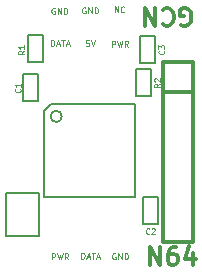
<source format=gto>
%FSLAX34Y34*%
G04 Gerber Fmt 3.4, Leading zero omitted, Abs format*
G04 (created by PCBNEW (2013-11-28 BZR 4510)-product) date Thu 12 Jun 2014 08:21:47 PM EDT*
%MOIN*%
G01*
G70*
G90*
G04 APERTURE LIST*
%ADD10C,0.005906*%
%ADD11C,0.003000*%
%ADD12C,0.011811*%
%ADD13C,0.006000*%
%ADD14C,0.005000*%
%ADD15C,0.012000*%
%ADD16C,0.004500*%
G04 APERTURE END LIST*
G54D10*
G54D11*
X53007Y-39540D02*
X52988Y-39530D01*
X52960Y-39530D01*
X52931Y-39540D01*
X52912Y-39559D01*
X52902Y-39578D01*
X52893Y-39616D01*
X52893Y-39644D01*
X52902Y-39682D01*
X52912Y-39701D01*
X52931Y-39720D01*
X52960Y-39730D01*
X52979Y-39730D01*
X53007Y-39720D01*
X53017Y-39711D01*
X53017Y-39644D01*
X52979Y-39644D01*
X53102Y-39730D02*
X53102Y-39530D01*
X53217Y-39730D01*
X53217Y-39530D01*
X53312Y-39730D02*
X53312Y-39530D01*
X53360Y-39530D01*
X53388Y-39540D01*
X53407Y-39559D01*
X53417Y-39578D01*
X53426Y-39616D01*
X53426Y-39644D01*
X53417Y-39682D01*
X53407Y-39701D01*
X53388Y-39720D01*
X53360Y-39730D01*
X53312Y-39730D01*
X51869Y-39720D02*
X51869Y-39520D01*
X51917Y-39520D01*
X51946Y-39530D01*
X51965Y-39549D01*
X51974Y-39568D01*
X51984Y-39606D01*
X51984Y-39634D01*
X51974Y-39672D01*
X51965Y-39691D01*
X51946Y-39710D01*
X51917Y-39720D01*
X51869Y-39720D01*
X52060Y-39663D02*
X52155Y-39663D01*
X52041Y-39720D02*
X52108Y-39520D01*
X52174Y-39720D01*
X52212Y-39520D02*
X52327Y-39520D01*
X52270Y-39720D02*
X52270Y-39520D01*
X52384Y-39663D02*
X52479Y-39663D01*
X52365Y-39720D02*
X52431Y-39520D01*
X52498Y-39720D01*
X50893Y-39740D02*
X50893Y-39540D01*
X50969Y-39540D01*
X50988Y-39550D01*
X50998Y-39559D01*
X51007Y-39578D01*
X51007Y-39607D01*
X50998Y-39626D01*
X50988Y-39635D01*
X50969Y-39645D01*
X50893Y-39645D01*
X51074Y-39540D02*
X51121Y-39740D01*
X51160Y-39597D01*
X51198Y-39740D01*
X51245Y-39540D01*
X51436Y-39740D02*
X51369Y-39645D01*
X51321Y-39740D02*
X51321Y-39540D01*
X51398Y-39540D01*
X51417Y-39550D01*
X51426Y-39559D01*
X51436Y-39578D01*
X51436Y-39607D01*
X51426Y-39626D01*
X51417Y-39635D01*
X51398Y-39645D01*
X51321Y-39645D01*
X52121Y-32440D02*
X52026Y-32440D01*
X52017Y-32535D01*
X52026Y-32526D01*
X52045Y-32516D01*
X52093Y-32516D01*
X52112Y-32526D01*
X52121Y-32535D01*
X52131Y-32554D01*
X52131Y-32602D01*
X52121Y-32621D01*
X52112Y-32630D01*
X52093Y-32640D01*
X52045Y-32640D01*
X52026Y-32630D01*
X52017Y-32621D01*
X52188Y-32440D02*
X52255Y-32640D01*
X52321Y-32440D01*
X52883Y-32650D02*
X52883Y-32450D01*
X52959Y-32450D01*
X52978Y-32460D01*
X52988Y-32469D01*
X52997Y-32488D01*
X52997Y-32517D01*
X52988Y-32536D01*
X52978Y-32545D01*
X52959Y-32555D01*
X52883Y-32555D01*
X53064Y-32450D02*
X53111Y-32650D01*
X53150Y-32507D01*
X53188Y-32650D01*
X53235Y-32450D01*
X53426Y-32650D02*
X53359Y-32555D01*
X53311Y-32650D02*
X53311Y-32450D01*
X53388Y-32450D01*
X53407Y-32460D01*
X53416Y-32469D01*
X53426Y-32488D01*
X53426Y-32517D01*
X53416Y-32536D01*
X53407Y-32545D01*
X53388Y-32555D01*
X53311Y-32555D01*
X50859Y-32630D02*
X50859Y-32430D01*
X50907Y-32430D01*
X50936Y-32440D01*
X50955Y-32459D01*
X50964Y-32478D01*
X50974Y-32516D01*
X50974Y-32544D01*
X50964Y-32582D01*
X50955Y-32601D01*
X50936Y-32620D01*
X50907Y-32630D01*
X50859Y-32630D01*
X51050Y-32573D02*
X51145Y-32573D01*
X51031Y-32630D02*
X51098Y-32430D01*
X51164Y-32630D01*
X51202Y-32430D02*
X51317Y-32430D01*
X51260Y-32630D02*
X51260Y-32430D01*
X51374Y-32573D02*
X51469Y-32573D01*
X51355Y-32630D02*
X51421Y-32430D01*
X51488Y-32630D01*
X52982Y-31510D02*
X52982Y-31310D01*
X53097Y-31510D01*
X53097Y-31310D01*
X53306Y-31491D02*
X53297Y-31500D01*
X53268Y-31510D01*
X53249Y-31510D01*
X53220Y-31500D01*
X53201Y-31481D01*
X53192Y-31462D01*
X53182Y-31424D01*
X53182Y-31396D01*
X53192Y-31358D01*
X53201Y-31339D01*
X53220Y-31320D01*
X53249Y-31310D01*
X53268Y-31310D01*
X53297Y-31320D01*
X53306Y-31329D01*
X52007Y-31350D02*
X51988Y-31340D01*
X51960Y-31340D01*
X51931Y-31350D01*
X51912Y-31369D01*
X51902Y-31388D01*
X51893Y-31426D01*
X51893Y-31454D01*
X51902Y-31492D01*
X51912Y-31511D01*
X51931Y-31530D01*
X51960Y-31540D01*
X51979Y-31540D01*
X52007Y-31530D01*
X52017Y-31521D01*
X52017Y-31454D01*
X51979Y-31454D01*
X52102Y-31540D02*
X52102Y-31340D01*
X52217Y-31540D01*
X52217Y-31340D01*
X52312Y-31540D02*
X52312Y-31340D01*
X52360Y-31340D01*
X52388Y-31350D01*
X52407Y-31369D01*
X52417Y-31388D01*
X52426Y-31426D01*
X52426Y-31454D01*
X52417Y-31492D01*
X52407Y-31511D01*
X52388Y-31530D01*
X52360Y-31540D01*
X52312Y-31540D01*
X50987Y-31370D02*
X50968Y-31360D01*
X50940Y-31360D01*
X50911Y-31370D01*
X50892Y-31389D01*
X50882Y-31408D01*
X50873Y-31446D01*
X50873Y-31474D01*
X50882Y-31512D01*
X50892Y-31531D01*
X50911Y-31550D01*
X50940Y-31560D01*
X50959Y-31560D01*
X50987Y-31550D01*
X50997Y-31541D01*
X50997Y-31474D01*
X50959Y-31474D01*
X51082Y-31560D02*
X51082Y-31360D01*
X51197Y-31560D01*
X51197Y-31360D01*
X51292Y-31560D02*
X51292Y-31360D01*
X51340Y-31360D01*
X51368Y-31370D01*
X51387Y-31389D01*
X51397Y-31408D01*
X51406Y-31446D01*
X51406Y-31474D01*
X51397Y-31512D01*
X51387Y-31531D01*
X51368Y-31550D01*
X51340Y-31560D01*
X51292Y-31560D01*
G54D12*
X55199Y-31925D02*
X55256Y-31953D01*
X55340Y-31953D01*
X55424Y-31925D01*
X55481Y-31869D01*
X55509Y-31812D01*
X55537Y-31700D01*
X55537Y-31615D01*
X55509Y-31503D01*
X55481Y-31447D01*
X55424Y-31390D01*
X55340Y-31362D01*
X55284Y-31362D01*
X55199Y-31390D01*
X55171Y-31419D01*
X55171Y-31615D01*
X55284Y-31615D01*
X54581Y-31419D02*
X54609Y-31390D01*
X54693Y-31362D01*
X54750Y-31362D01*
X54834Y-31390D01*
X54890Y-31447D01*
X54918Y-31503D01*
X54946Y-31615D01*
X54946Y-31700D01*
X54918Y-31812D01*
X54890Y-31869D01*
X54834Y-31925D01*
X54750Y-31953D01*
X54693Y-31953D01*
X54609Y-31925D01*
X54581Y-31897D01*
X54328Y-31362D02*
X54328Y-31953D01*
X53990Y-31362D01*
X53990Y-31953D01*
X54158Y-39917D02*
X54158Y-39326D01*
X54496Y-39917D01*
X54496Y-39326D01*
X55030Y-39326D02*
X54918Y-39326D01*
X54861Y-39354D01*
X54833Y-39382D01*
X54777Y-39467D01*
X54749Y-39579D01*
X54749Y-39804D01*
X54777Y-39860D01*
X54805Y-39889D01*
X54861Y-39917D01*
X54974Y-39917D01*
X55030Y-39889D01*
X55058Y-39860D01*
X55086Y-39804D01*
X55086Y-39664D01*
X55058Y-39607D01*
X55030Y-39579D01*
X54974Y-39551D01*
X54861Y-39551D01*
X54805Y-39579D01*
X54777Y-39607D01*
X54749Y-39664D01*
X55593Y-39523D02*
X55593Y-39917D01*
X55452Y-39298D02*
X55311Y-39720D01*
X55677Y-39720D01*
G54D13*
X50620Y-34810D02*
X50620Y-37640D01*
X50870Y-34570D02*
X53650Y-34570D01*
X53670Y-37650D02*
X53670Y-34610D01*
X50620Y-37650D02*
X53620Y-37650D01*
X50624Y-34800D02*
X50854Y-34570D01*
X51220Y-34974D02*
G75*
G03X51220Y-34974I-188J0D01*
G74*
G01*
G54D10*
X49348Y-37541D02*
X49348Y-38958D01*
X49348Y-38958D02*
X50451Y-38958D01*
X50451Y-38958D02*
X50451Y-37541D01*
X50451Y-37541D02*
X49348Y-37541D01*
G54D14*
X49925Y-34475D02*
X49925Y-33575D01*
X49925Y-33575D02*
X50425Y-33575D01*
X50425Y-33575D02*
X50425Y-34475D01*
X50425Y-34475D02*
X49925Y-34475D01*
X54425Y-37650D02*
X54425Y-38550D01*
X54425Y-38550D02*
X53925Y-38550D01*
X53925Y-38550D02*
X53925Y-37650D01*
X53925Y-37650D02*
X54425Y-37650D01*
X53825Y-33200D02*
X53825Y-32300D01*
X53825Y-32300D02*
X54325Y-32300D01*
X54325Y-32300D02*
X54325Y-33200D01*
X54325Y-33200D02*
X53825Y-33200D01*
G54D15*
X54600Y-33150D02*
X55600Y-33150D01*
X55600Y-33150D02*
X55600Y-39150D01*
X55600Y-39150D02*
X54600Y-39150D01*
X54600Y-39150D02*
X54600Y-33150D01*
X54600Y-34150D02*
X55600Y-34150D01*
G54D14*
X50075Y-33175D02*
X50075Y-32275D01*
X50075Y-32275D02*
X50575Y-32275D01*
X50575Y-32275D02*
X50575Y-33175D01*
X50575Y-33175D02*
X50075Y-33175D01*
X53675Y-34300D02*
X53675Y-33400D01*
X53675Y-33400D02*
X54175Y-33400D01*
X54175Y-33400D02*
X54175Y-34300D01*
X54175Y-34300D02*
X53675Y-34300D01*
G54D16*
X49831Y-34060D02*
X49840Y-34068D01*
X49850Y-34094D01*
X49850Y-34111D01*
X49840Y-34137D01*
X49821Y-34154D01*
X49802Y-34162D01*
X49764Y-34171D01*
X49736Y-34171D01*
X49698Y-34162D01*
X49679Y-34154D01*
X49660Y-34137D01*
X49650Y-34111D01*
X49650Y-34094D01*
X49660Y-34068D01*
X49669Y-34060D01*
X49850Y-33888D02*
X49850Y-33991D01*
X49850Y-33940D02*
X49650Y-33940D01*
X49679Y-33957D01*
X49698Y-33974D01*
X49707Y-33991D01*
X54140Y-38881D02*
X54131Y-38890D01*
X54105Y-38900D01*
X54088Y-38900D01*
X54062Y-38890D01*
X54045Y-38871D01*
X54037Y-38852D01*
X54028Y-38814D01*
X54028Y-38786D01*
X54037Y-38748D01*
X54045Y-38729D01*
X54062Y-38710D01*
X54088Y-38700D01*
X54105Y-38700D01*
X54131Y-38710D01*
X54140Y-38719D01*
X54208Y-38719D02*
X54217Y-38710D01*
X54234Y-38700D01*
X54277Y-38700D01*
X54294Y-38710D01*
X54302Y-38719D01*
X54311Y-38738D01*
X54311Y-38757D01*
X54302Y-38786D01*
X54200Y-38900D01*
X54311Y-38900D01*
X54621Y-32780D02*
X54630Y-32788D01*
X54640Y-32814D01*
X54640Y-32831D01*
X54630Y-32857D01*
X54611Y-32874D01*
X54592Y-32882D01*
X54554Y-32891D01*
X54526Y-32891D01*
X54488Y-32882D01*
X54469Y-32874D01*
X54450Y-32857D01*
X54440Y-32831D01*
X54440Y-32814D01*
X54450Y-32788D01*
X54459Y-32780D01*
X54440Y-32720D02*
X54440Y-32608D01*
X54516Y-32668D01*
X54516Y-32642D01*
X54526Y-32625D01*
X54535Y-32617D01*
X54554Y-32608D01*
X54602Y-32608D01*
X54621Y-32617D01*
X54630Y-32625D01*
X54640Y-32642D01*
X54640Y-32694D01*
X54630Y-32711D01*
X54621Y-32720D01*
X49970Y-32780D02*
X49875Y-32840D01*
X49970Y-32882D02*
X49770Y-32882D01*
X49770Y-32814D01*
X49780Y-32797D01*
X49789Y-32788D01*
X49808Y-32780D01*
X49837Y-32780D01*
X49856Y-32788D01*
X49865Y-32797D01*
X49875Y-32814D01*
X49875Y-32882D01*
X49970Y-32608D02*
X49970Y-32711D01*
X49970Y-32660D02*
X49770Y-32660D01*
X49799Y-32677D01*
X49818Y-32694D01*
X49827Y-32711D01*
X54500Y-33880D02*
X54405Y-33940D01*
X54500Y-33982D02*
X54300Y-33982D01*
X54300Y-33914D01*
X54310Y-33897D01*
X54319Y-33888D01*
X54338Y-33880D01*
X54367Y-33880D01*
X54386Y-33888D01*
X54395Y-33897D01*
X54405Y-33914D01*
X54405Y-33982D01*
X54319Y-33811D02*
X54310Y-33802D01*
X54300Y-33785D01*
X54300Y-33742D01*
X54310Y-33725D01*
X54319Y-33717D01*
X54338Y-33708D01*
X54357Y-33708D01*
X54386Y-33717D01*
X54500Y-33820D01*
X54500Y-33708D01*
M02*

</source>
